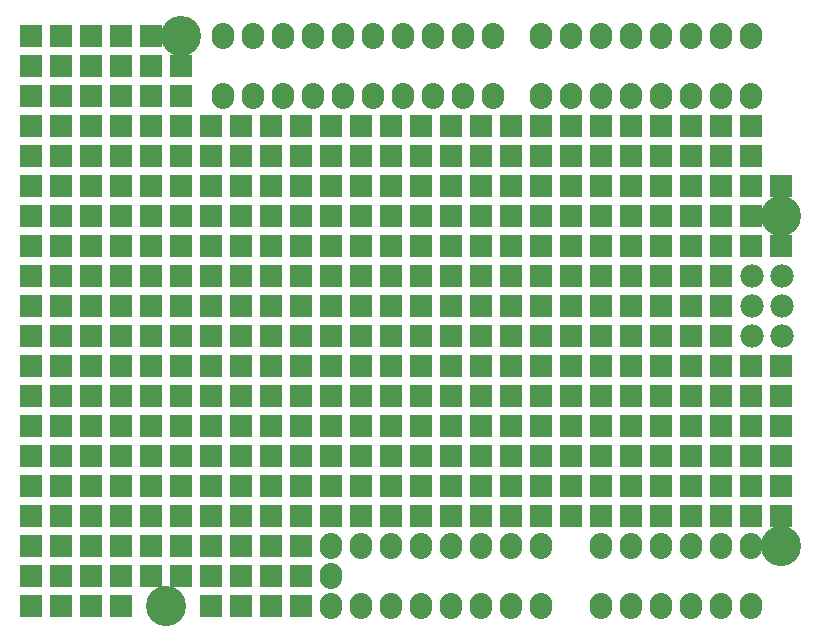
<source format=gbr>
%FSTAX23Y23*%
%MOIN*%
%SFA1B1*%

%IPPOS*%
%ADD19O,0.074930X0.086740*%
%ADD20O,0.074930X0.086740*%
%ADD21R,0.074930X0.074930*%
%ADD22C,0.078000*%
%ADD23C,0.133980*%
%LN451PCB-COM_Arduino_ProtoShield_Board_v1_soldermask_top*%
%LPD*%
G54D19*
X011Y002D03*
G54D20*
X0164Y018D03*
X0154D03*
X0144D03*
X0134D03*
X0124D03*
X0114D03*
X0104D03*
X0094D03*
X0084D03*
X0074D03*
X0164Y02D03*
X0154D03*
X0144D03*
X0134D03*
X0124D03*
X0114D03*
X0104D03*
X0094D03*
X0084D03*
X0074D03*
X023Y018D03*
X024D03*
X018D03*
X025D03*
X021D03*
X02D03*
X019D03*
X022D03*
X023Y02D03*
X024D03*
X018D03*
X025D03*
X021D03*
X02D03*
X019D03*
X022D03*
X015Y003D03*
X012D03*
X013D03*
X014D03*
X018D03*
X011D03*
X017D03*
X016D03*
X015Y001D03*
X012D03*
X013D03*
X014D03*
X018D03*
X011D03*
X017D03*
X016D03*
X025Y003D03*
X024D03*
X023D03*
X022D03*
X021D03*
X02D03*
X025Y001D03*
X024D03*
X023D03*
X022D03*
X021D03*
X02D03*
G54D21*
X001Y001D03*
X002D03*
X003D03*
X004D03*
X007D03*
X008D03*
X009D03*
X01D03*
X001Y02D03*
X002D03*
X003D03*
X004D03*
X005D03*
X001Y019D03*
X002D03*
X003D03*
X004D03*
X005D03*
X006D03*
X001Y018D03*
X002D03*
X003D03*
X004D03*
X005D03*
X006D03*
X001Y002D03*
X002D03*
X003D03*
X004D03*
X005D03*
X006D03*
X007D03*
X008D03*
X009D03*
X01D03*
X001Y003D03*
X002D03*
X003D03*
X004D03*
X005D03*
X006D03*
X007D03*
X008D03*
X009D03*
X01D03*
X006Y017D03*
X007D03*
X008D03*
X009D03*
X01D03*
X011D03*
X012D03*
X013D03*
X014D03*
X015D03*
X016D03*
X017D03*
X018D03*
X019D03*
X02D03*
X021D03*
X022D03*
X023D03*
X024D03*
X025D03*
X001D03*
X002D03*
X003D03*
X004D03*
X005D03*
X001Y016D03*
X002D03*
X003D03*
X004D03*
X005D03*
X016D03*
X017D03*
X018D03*
X019D03*
X02D03*
X021D03*
X022D03*
X023D03*
X024D03*
X025D03*
X006D03*
X007D03*
X008D03*
X009D03*
X01D03*
X011D03*
X012D03*
X013D03*
X014D03*
X015D03*
X001Y015D03*
X002D03*
X003D03*
X004D03*
X005D03*
X006D03*
X017D03*
X018D03*
X019D03*
X02D03*
X021D03*
X022D03*
X023D03*
X024D03*
X025D03*
X026D03*
X007D03*
X008D03*
X009D03*
X01D03*
X011D03*
X012D03*
X013D03*
X014D03*
X015D03*
X016D03*
X001Y014D03*
X002D03*
X003D03*
X004D03*
X005D03*
X016D03*
X017D03*
X018D03*
X019D03*
X02D03*
X021D03*
X022D03*
X023D03*
X024D03*
X025D03*
X006D03*
X007D03*
X008D03*
X009D03*
X01D03*
X011D03*
X012D03*
X013D03*
X014D03*
X015D03*
X001Y013D03*
X002D03*
X003D03*
X004D03*
X005D03*
X006D03*
X017D03*
X018D03*
X019D03*
X02D03*
X021D03*
X022D03*
X023D03*
X024D03*
X025D03*
X026D03*
X007D03*
X008D03*
X009D03*
X01D03*
X011D03*
X012D03*
X013D03*
X014D03*
X015D03*
X016D03*
X001Y012D03*
X002D03*
X003D03*
X004D03*
X015D03*
X016D03*
X017D03*
X018D03*
X019D03*
X02D03*
X021D03*
X022D03*
X023D03*
X024D03*
X005D03*
X006D03*
X007D03*
X008D03*
X009D03*
X01D03*
X011D03*
X012D03*
X013D03*
X014D03*
X001Y011D03*
X002D03*
X003D03*
X004D03*
X015D03*
X016D03*
X017D03*
X018D03*
X019D03*
X02D03*
X021D03*
X022D03*
X023D03*
X024D03*
X005D03*
X006D03*
X007D03*
X008D03*
X009D03*
X01D03*
X011D03*
X012D03*
X013D03*
X014D03*
X001Y01D03*
X002D03*
X003D03*
X004D03*
X015D03*
X016D03*
X017D03*
X018D03*
X019D03*
X02D03*
X021D03*
X022D03*
X023D03*
X024D03*
X005D03*
X006D03*
X007D03*
X008D03*
X009D03*
X01D03*
X011D03*
X012D03*
X013D03*
X014D03*
X001Y009D03*
X002D03*
X003D03*
X004D03*
X005D03*
X006D03*
X017D03*
X018D03*
X019D03*
X02D03*
X021D03*
X022D03*
X023D03*
X024D03*
X025D03*
X026D03*
X007D03*
X008D03*
X009D03*
X01D03*
X011D03*
X012D03*
X013D03*
X014D03*
X015D03*
X016D03*
X001Y008D03*
X002D03*
X003D03*
X004D03*
X005D03*
X006D03*
X017D03*
X018D03*
X019D03*
X02D03*
X021D03*
X022D03*
X023D03*
X024D03*
X025D03*
X026D03*
X007D03*
X008D03*
X009D03*
X01D03*
X011D03*
X012D03*
X013D03*
X014D03*
X015D03*
X016D03*
X001Y007D03*
X002D03*
X003D03*
X004D03*
X005D03*
X006D03*
X017D03*
X018D03*
X019D03*
X02D03*
X021D03*
X022D03*
X023D03*
X024D03*
X025D03*
X026D03*
X007D03*
X008D03*
X009D03*
X01D03*
X011D03*
X012D03*
X013D03*
X014D03*
X015D03*
X016D03*
X001Y006D03*
X002D03*
X003D03*
X004D03*
X005D03*
X006D03*
X017D03*
X018D03*
X019D03*
X02D03*
X021D03*
X022D03*
X023D03*
X024D03*
X025D03*
X026D03*
X007D03*
X008D03*
X009D03*
X01D03*
X011D03*
X012D03*
X013D03*
X014D03*
X015D03*
X016D03*
X001Y005D03*
X002D03*
X003D03*
X004D03*
X005D03*
X006D03*
X017D03*
X018D03*
X019D03*
X02D03*
X021D03*
X022D03*
X023D03*
X024D03*
X025D03*
X026D03*
X007D03*
X008D03*
X009D03*
X01D03*
X011D03*
X012D03*
X013D03*
X014D03*
X015D03*
X016D03*
X007Y004D03*
X008D03*
X009D03*
X01D03*
X011D03*
X012D03*
X013D03*
X014D03*
X015D03*
X016D03*
X017D03*
X018D03*
X019D03*
X02D03*
X021D03*
X022D03*
X023D03*
X024D03*
X025D03*
X026D03*
X001D03*
X002D03*
X003D03*
X004D03*
X005D03*
X006D03*
G54D22*
X02605Y00998D03*
X02505D03*
X02605Y01098D03*
X02505D03*
X02605Y01198D03*
X02505D03*
G54D23*
X026Y003D03*
Y014D03*
X0055Y001D03*
X006Y02D03*
M02*
</source>
